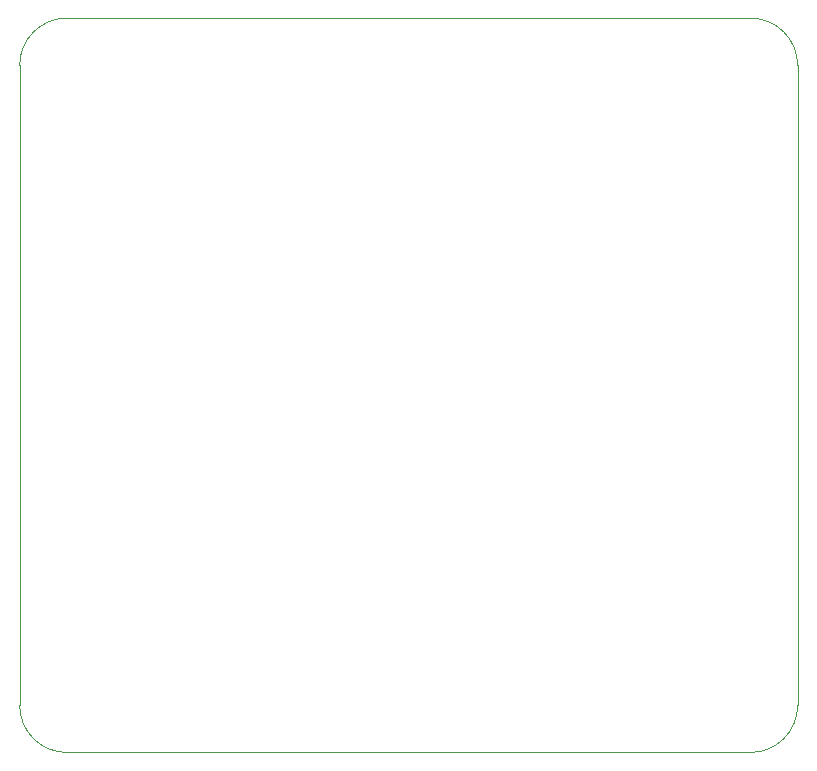
<source format=gbr>
%TF.GenerationSoftware,Altium Limited,Altium Designer,24.4.1 (13)*%
G04 Layer_Color=0*
%FSLAX45Y45*%
%MOMM*%
%TF.SameCoordinates,EFC9E65E-F59A-4C70-970D-A36E2AA460D7*%
%TF.FilePolarity,Positive*%
%TF.FileFunction,Profile,NP*%
%TF.Part,Single*%
G01*
G75*
%TA.AperFunction,Profile*%
%ADD147C,0.02540*%
D147*
X2542500Y4535000D02*
Y9952500D01*
D02*
G02*
X2942500Y10352500I400000J0D01*
G01*
X8730000D01*
D02*
G02*
X9130000Y9952500I0J-400000D01*
G01*
Y4535000D01*
D02*
G02*
X8730000Y4135000I-400000J0D01*
G01*
X2942500D01*
D02*
G02*
X2542500Y4535000I0J400000D01*
G01*
%TF.MD5,df048c513b3374e41a6f4523e5b8d788*%
M02*

</source>
